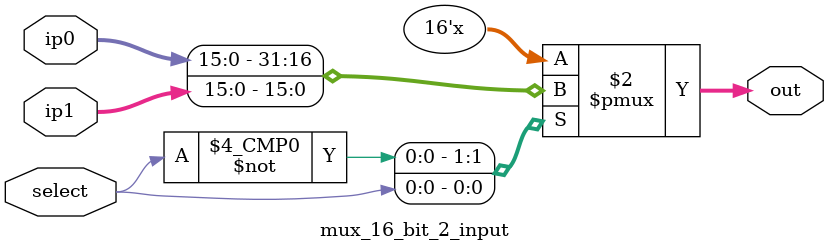
<source format=v>
module mux_16_bit_2_input(ip0, ip1, select, out);

	output reg [15:0] out;
	
	input  [15:0] ip0, ip1;
	input  select;
	
	always@(*) begin
		case(select)
			0: out = ip0;
			1: out = ip1;
			default: out = ip0;
		endcase
	end
	
endmodule
</source>
